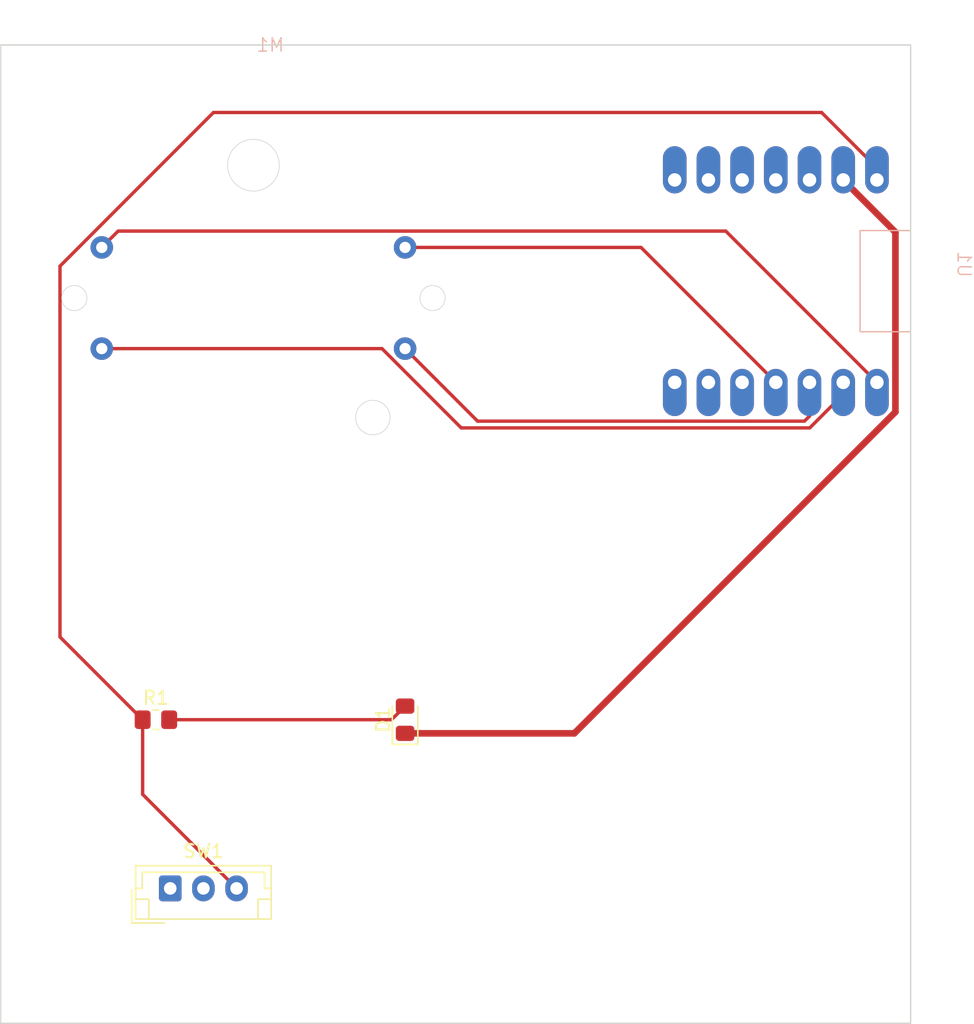
<source format=kicad_pcb>
(kicad_pcb (version 20221018) (generator pcbnew)
  (layers (0 "F.Cu" signal) (31 "B.Cu" signal) (34 "B.Paste" user) (35 "F.Paste" user) (36 "B.SilkS" user "B.Silkscreen") (37 "F.SilkS" user "F.Silkscreen") (38 "B.Mask" user) (39 "F.Mask" user) (44 "Edge.Cuts" user))
  (net 0 "")
  (net 1 "GND")
  (net 2 "Net-(D1-A)")
  (net 3 "Net-(U1-GPIO1_A0_D0)")
  (net 4 "Net-(M1--)")
  (net 5 "Net-(U1-GPIO3_A2_D2)")
  (net 6 "Net-(U1-GPIO4_A3_D3)")
  (net 8 "VCC")
  (net 17 "Net-(SW1-C)")
  (footprint "LED_SMD:LED_0805_2012Metric_Pad1.15x1.40mm_HandSolder" (layer "F.Cu") (at 106.68 116.84 90)
    (fp_text reference "D1" (at 0 -1.65 90) (layer "F.SilkS"))
    (fp_text value "LED")
    (fp_line (start -1.86 -0.96) (end -1.86 0.96) (stroke (width 0.12)) (layer "F.SilkS"))
    (fp_line (start -1.86 0.96) (end 1 0.96) (stroke (width 0.12)) (layer "F.SilkS"))
    (fp_line (start 1 -0.96) (end -1.86 -0.96) (stroke (width 0.12)) (layer "F.SilkS"))
    (pad "1" smd roundrect (at -1.025 0 90) (size 1.15 1.4) (layers "F.Cu" "F.Paste" "F.Mask") (roundrect_rratio 0.2173913043) (net 1 "GND"))
    (pad "2" smd roundrect (at 1.025 0 90) (size 1.15 1.4) (layers "F.Cu" "F.Paste" "F.Mask") (roundrect_rratio 0.2173913043) (net 2 "Net-(D1-A)"))
  )
  (footprint "Connector_JST:JST_EH_B3B-EH-A_1x03_P2.50mm_Vertical" (layer "F.Cu") (at 88.98 129.54)
    (fp_text reference "SW1" (at 2.5 -2.8) (layer "F.SilkS"))
    (fp_text value "SW_SPDT")
    (fp_line (start -2.91 0.11) (end -2.91 2.61) (stroke (width 0.12)) (layer "F.SilkS"))
    (fp_line (start -2.91 2.61) (end -0.41 2.61) (stroke (width 0.12)) (layer "F.SilkS"))
    (fp_line (start -2.61 -1.71) (end -2.61 2.31) (stroke (width 0.12)) (layer "F.SilkS"))
    (fp_line (start -2.61 0) (end -2.11 0) (stroke (width 0.12)) (layer "F.SilkS"))
    (fp_line (start -2.61 0.81) (end -1.61 0.81) (stroke (width 0.12)) (layer "F.SilkS"))
    (fp_line (start -2.61 2.31) (end 7.61 2.31) (stroke (width 0.12)) (layer "F.SilkS"))
    (fp_line (start -2.11 -1.21) (end 7.11 -1.21) (stroke (width 0.12)) (layer "F.SilkS"))
    (fp_line (start -2.11 0) (end -2.11 -1.21) (stroke (width 0.12)) (layer "F.SilkS"))
    (fp_line (start -1.61 0.81) (end -1.61 2.31) (stroke (width 0.12)) (layer "F.SilkS"))
    (fp_line (start 6.61 0.81) (end 6.61 2.31) (stroke (width 0.12)) (layer "F.SilkS"))
    (fp_line (start 7.11 -1.21) (end 7.11 0) (stroke (width 0.12)) (layer "F.SilkS"))
    (fp_line (start 7.11 0) (end 7.61 0) (stroke (width 0.12)) (layer "F.SilkS"))
    (fp_line (start 7.61 -1.71) (end -2.61 -1.71) (stroke (width 0.12)) (layer "F.SilkS"))
    (fp_line (start 7.61 0.81) (end 6.61 0.81) (stroke (width 0.12)) (layer "F.SilkS"))
    (fp_line (start 7.61 2.31) (end 7.61 -1.71) (stroke (width 0.12)) (layer "F.SilkS"))
    (pad "1" thru_hole roundrect (at 0 0) (size 1.7 1.95) (drill 0.95) (layers "*.Cu" "*.Mask") (roundrect_rratio 0.1470588235))
    (pad "2" thru_hole oval (at 2.5 0) (size 1.7 1.95) (drill 0.95) (layers "*.Cu" "*.Mask") (net 8 "VCC"))
    (pad "3" thru_hole oval (at 5 0) (size 1.7 1.95) (drill 0.95) (layers "*.Cu" "*.Mask") (net 17 "Net-(SW1-C)"))
  )
  (footprint "Resistor_SMD:R_0805_2012Metric_Pad1.20x1.40mm_HandSolder" (layer "F.Cu") (at 87.9 116.84)
    (fp_text reference "R1" (at 0 -1.65) (layer "F.SilkS"))
    (fp_text value "R")
    (fp_line (start -0.227064 -0.735) (end 0.227064 -0.735) (stroke (width 0.12)) (layer "F.SilkS"))
    (fp_line (start -0.227064 0.735) (end 0.227064 0.735) (stroke (width 0.12)) (layer "F.SilkS"))
    (pad "1" smd roundrect (at -1 0) (size 1.2 1.4) (layers "F.Cu" "F.Paste" "F.Mask") (roundrect_rratio 0.2083333333) (net 17 "Net-(SW1-C)"))
    (pad "2" smd roundrect (at 1 0) (size 1.2 1.4) (layers "F.Cu" "F.Paste" "F.Mask") (roundrect_rratio 0.2083333333) (net 2 "Net-(D1-A)"))
  )
  (footprint "esp32_sense:XIAO_ESP32_SENSE" (layer "B.Cu") (at 134.62 83.82 90)
    (fp_text reference "U1" (at 1.27 14.2 270 unlocked) (layer "B.SilkS") (effects (font (thickness 0.1)) (justify mirror)))
    (fp_text value "~")
    (fp_line (start -3.81 6.35) (end 3.81 6.35) (stroke (width 0.1)) (layer "B.SilkS"))
    (fp_line (start -3.81 10.16) (end -3.81 6.35) (stroke (width 0.1)) (layer "B.SilkS"))
    (fp_line (start 3.81 6.35) (end 3.81 10.16) (stroke (width 0.1)) (layer "B.SilkS"))
    (pad "1" thru_hole oval (at -7.62 7.62 90) (size 3.556 1.778) (drill 1.016 (offset -0.762 0)) (layers "*.Cu" "*.Mask") (net 3 "Net-(U1-GPIO1_A0_D0)"))
    (pad "2" thru_hole oval (at -7.62 5.08 90) (size 3.556 1.778) (drill 1.016 (offset -0.762 0)) (layers "*.Cu" "*.Mask") (net 4 "Net-(M1--)"))
    (pad "3" thru_hole oval (at -7.62 2.54 90) (size 3.556 1.778) (drill 1.016 (offset -0.762 0)) (layers "*.Cu" "*.Mask") (net 5 "Net-(U1-GPIO3_A2_D2)"))
    (pad "4" thru_hole oval (at -7.62 0 90) (size 3.556 1.778) (drill 1.016 (offset -0.762 0)) (layers "*.Cu" "*.Mask") (net 6 "Net-(U1-GPIO4_A3_D3)"))
    (pad "5" thru_hole oval (at -7.62 -2.54 90) (size 3.556 1.778) (drill 1.016 (offset -0.762 0)) (layers "*.Cu" "*.Mask"))
    (pad "6" thru_hole oval (at -7.62 -5.08 90) (size 3.556 1.778) (drill 1.016 (offset -0.762 0)) (layers "*.Cu" "*.Mask"))
    (pad "7" thru_hole oval (at -7.62 -7.62 90) (size 3.556 1.778) (drill 1.016 (offset -0.762 0)) (layers "*.Cu" "*.Mask"))
    (pad "8" thru_hole oval (at 7.62 7.62 90) (size 3.556 1.778) (drill 1.016 (offset 0.762 0)) (layers "*.Cu" "*.Mask") (net 17 "Net-(SW1-C)"))
    (pad "9" thru_hole oval (at 7.62 5.08 90) (size 3.556 1.778) (drill 1.016 (offset 0.762 0)) (layers "*.Cu" "*.Mask") (net 1 "GND"))
    (pad "10" thru_hole oval (at 7.62 2.54 90) (size 3.556 1.778) (drill 1.016 (offset 0.762 0)) (layers "*.Cu" "*.Mask"))
    (pad "11" thru_hole oval (at 7.62 0 90) (size 3.556 1.778) (drill 1.016 (offset 0.762 0)) (layers "*.Cu" "*.Mask"))
    (pad "12" thru_hole oval (at 7.62 -2.54 90) (size 3.556 1.778) (drill 1.016 (offset 0.762 0)) (layers "*.Cu" "*.Mask"))
    (pad "13" thru_hole oval (at 7.62 -5.08 90) (size 3.556 1.778) (drill 1.016 (offset 0.762 0)) (layers "*.Cu" "*.Mask"))
    (pad "14" thru_hole oval (at 7.62 -7.62 90) (size 3.556 1.778) (drill 1.016 (offset 0.762 0)) (layers "*.Cu" "*.Mask"))
  )
  (footprint "step_motor:x27_stepper" (layer "B.Cu") (at 92.71 95.25 180)
    (fp_text reference "M1" (at -3.81 29.21 unlocked) (layer "B.SilkS") (effects (font (thickness 0.1)) (justify mirror)))
    (fp_text value "Stepper_Motor_bipolar")
    (fp_circle (center -16.04 10.16) (end -15.09 10.16) (stroke (width 0.05)) (fill none) (layer "Edge.Cuts"))
    (fp_circle (center -11.54 1.16) (end -10.24 1.16) (stroke (width 0.05)) (fill none) (layer "Edge.Cuts"))
    (fp_circle (center -2.54 20.16) (end -0.59 20.16) (stroke (width 0.05)) (fill none) (layer "Edge.Cuts"))
    (fp_circle (center 10.96 10.16) (end 11.91 10.16) (stroke (width 0.05)) (fill none) (layer "Edge.Cuts"))
    (pad "1" thru_hole circle (at 8.89 13.97 180) (size 1.7 1.7) (drill 0.85) (layers "*.Cu" "*.Mask") (net 3 "Net-(U1-GPIO1_A0_D0)"))
    (pad "2" thru_hole circle (at 8.89 6.35 180) (size 1.7 1.7) (drill 0.85) (layers "*.Cu" "*.Mask") (net 4 "Net-(M1--)"))
    (pad "3" thru_hole circle (at -13.97 6.35 180) (size 1.7 1.7) (drill 0.85) (layers "*.Cu" "*.Mask") (net 5 "Net-(U1-GPIO3_A2_D2)"))
    (pad "4" thru_hole circle (at -13.97 13.97 180) (size 1.7 1.7) (drill 0.85) (layers "*.Cu" "*.Mask") (net 6 "Net-(U1-GPIO4_A3_D3)"))
  )
  (gr_line (start 144.78 66.04) (end 144.78 139.7) (stroke (width 0.1)) (layer "Edge.Cuts"))
  (gr_line (start 76.2 139.7) (end 76.2 66.04) (stroke (width 0.1)) (layer "Edge.Cuts"))
  (gr_line (start 76.2 139.7) (end 144.78 139.7) (stroke (width 0.1)) (layer "Edge.Cuts"))
  (gr_line (start 144.78 66.04) (end 76.2 66.04) (stroke (width 0.1)) (layer "Edge.Cuts"))
  (segment (start 106.68 117.865) (end 119.435999 117.865) (width 0.5) (layer "F.Cu") (net 1))
  (segment (start 143.633 80.133) (end 139.7 76.2) (width 0.5) (layer "F.Cu") (net 1))
  (segment (start 119.435999 117.865) (end 143.633 93.667999) (width 0.5) (layer "F.Cu") (net 1))
  (segment (start 143.633 93.667999) (end 143.633 80.133) (width 0.5) (layer "F.Cu") (net 1))
  (segment (start 105.655 116.84) (end 106.68 115.815) (width 0.254) (layer "F.Cu") (net 2))
  (segment (start 88.9 116.84) (end 105.655 116.84) (width 0.254) (layer "F.Cu") (net 2))
  (segment (start 83.82 81.28) (end 85.051 80.049) (width 0.254) (layer "F.Cu") (net 3))
  (segment (start 130.849 80.049) (end 142.24 91.44) (width 0.254) (layer "F.Cu") (net 3))
  (segment (start 85.051 80.049) (end 130.849 80.049) (width 0.254) (layer "F.Cu") (net 3))
  (segment (start 139.7 92.347051) (end 139.7 91.44) (width 0.254) (layer "F.Cu") (net 4))
  (segment (start 137.178052 94.868999) (end 139.7 92.347051) (width 0.254) (layer "F.Cu") (net 4))
  (segment (start 83.82 88.9) (end 104.939103 88.9) (width 0.254) (layer "F.Cu") (net 4))
  (segment (start 104.939103 88.9) (end 110.908102 94.868999) (width 0.254) (layer "F.Cu") (net 4))
  (segment (start 110.908102 94.868999) (end 137.178052 94.868999) (width 0.254) (layer "F.Cu") (net 4))
  (segment (start 137.16 93.98) (end 137.16 91.44) (width 0.254) (layer "F.Cu") (net 5))
  (segment (start 112.141 94.361) (end 136.779 94.361) (width 0.254) (layer "F.Cu") (net 5))
  (segment (start 136.779 94.361) (end 137.16 93.98) (width 0.254) (layer "F.Cu") (net 5))
  (segment (start 106.68 88.9) (end 112.141 94.361) (width 0.254) (layer "F.Cu") (net 5))
  (segment (start 124.46 81.28) (end 134.62 91.44) (width 0.254) (layer "F.Cu") (net 6))
  (segment (start 106.68 81.28) (end 124.46 81.28) (width 0.254) (layer "F.Cu") (net 6))
  (segment (start 92.239103 71.12) (end 138.067051 71.12) (width 0.254) (layer "F.Cu") (net 17))
  (segment (start 138.067051 71.12) (end 142.24 75.292949) (width 0.254) (layer "F.Cu") (net 17))
  (segment (start 142.24 75.292949) (end 142.24 76.2) (width 0.254) (layer "F.Cu") (net 17))
  (segment (start 80.670776 82.688327) (end 92.239103 71.12) (width 0.254) (layer "F.Cu") (net 17))
  (segment (start 86.9 122.46) (end 93.98 129.54) (width 0.254) (layer "F.Cu") (net 17))
  (segment (start 86.9 116.84) (end 80.670776 110.610776) (width 0.254) (layer "F.Cu") (net 17))
  (segment (start 86.9 116.84) (end 86.9 122.46) (width 0.254) (layer "F.Cu") (net 17))
  (segment (start 80.670776 110.610776) (end 80.670776 82.688327) (width 0.254) (layer "F.Cu") (net 17))
)
</source>
